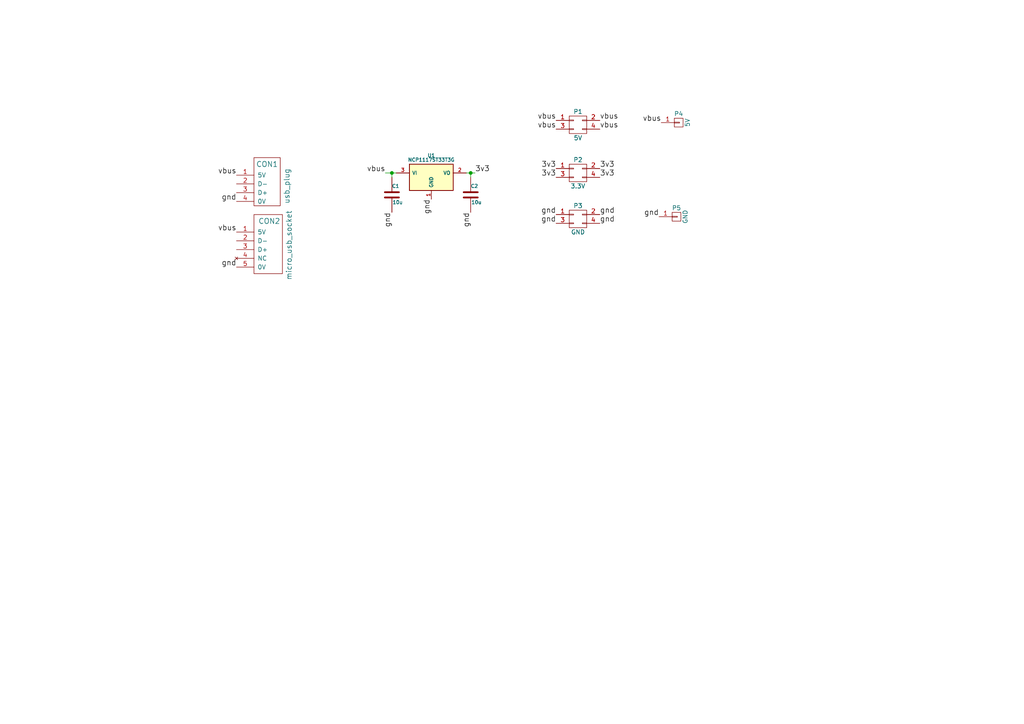
<source format=kicad_sch>
(kicad_sch (version 20230121) (generator eeschema)
  (paper "A4")
  (lib_symbols
    (symbol "usb-5v-3v3-rescue:C" (pin_numbers hide) (pin_names (offset 0.254))
      (property "Reference" "C" (at 0 2.54 0))
      (property "Value" "C" (at 0.1524 -2.159 0))
      (symbol "C_0_1"
        (polyline (pts (xy -2.032 -0.762) (xy 2.032 -0.762)) (stroke (width 0.508)))
        (polyline (pts (xy -2.032 0.762) (xy 2.032 0.762)) (stroke (width 0.508)))
      )
      (symbol "C_1_1"
        (pin passive line (at 0 5.08 270) (length 4.318) (name "~") (number "1"))
        (pin passive line (at 0 -5.08 90) (length 4.318) (name "~") (number "2"))
      )
    )
    (symbol "usb-5v-3v3-rescue:CONN_01X01" (pin_names (offset 1.016) hide)
      (property "Reference" "P" (at 0 2.54 0))
      (property "Value" "CONN_01X01" (at 2.54 0 90))
      (symbol "CONN_01X01_0_1"
        (rectangle (start -1.27 0.127) (end 0.254 -0.127))
        (rectangle (start -1.27 1.27) (end 1.27 -1.27))
      )
      (symbol "CONN_01X01_1_1"
        (pin passive line (at -5.08 0 0) (length 3.81) (name "P1") (number "1"))
      )
    )
    (symbol "usb-5v-3v3-rescue:CONN_02X02" (pin_names (offset 0.0254) hide)
      (property "Reference" "P" (at 0 3.81 0))
      (property "Value" "CONN_02X02" (at 0 -3.81 0))
      (symbol "CONN_02X02_0_1"
        (rectangle (start -2.54 -1.143) (end -1.27 -1.397))
        (rectangle (start -2.54 1.397) (end -1.27 1.143))
        (rectangle (start -2.54 2.54) (end 2.54 -2.54))
        (rectangle (start 1.27 -1.143) (end 2.54 -1.397))
        (rectangle (start 1.27 1.397) (end 2.54 1.143))
      )
      (symbol "CONN_02X02_1_1"
        (pin passive line (at -6.35 1.27 0) (length 3.81) (name "P1") (number "1"))
        (pin passive line (at 6.35 1.27 180) (length 3.81) (name "P2") (number "2"))
        (pin passive line (at -6.35 -1.27 0) (length 3.81) (name "P3") (number "3"))
        (pin passive line (at 6.35 -1.27 180) (length 3.81) (name "P4") (number "4"))
      )
    )
    (symbol "usb-5v-3v3-rescue:NCP1117ST33T3G" (pin_names (offset 0.762))
      (property "Reference" "U" (at 0 6.35 0))
      (property "Value" "NCP1117ST33T3G" (at 0 5.08 0))
      (symbol "NCP1117ST33T3G_0_1"
        (rectangle (start -6.35 -3.81) (end 6.35 3.81) (stroke (width 0.254)) (fill (type background)))
      )
      (symbol "NCP1117ST33T3G_1_1"
        (pin power_in line (at 0 -6.35 90) (length 2.54) (name "GND") (number "1"))
        (pin power_out line (at 10.16 1.27 180) (length 3.81) (name "VO") (number "2"))
        (pin power_in line (at -10.16 1.27 0) (length 3.81) (name "VI") (number "3"))
      )
    )
    (symbol "usb-5v-3v3-rescue:micro_usb_socket" (pin_names (offset 1.016))
      (property "Reference" "CON" (at 0 7.62 0))
      (property "Value" "micro_usb_socket" (at 5.715 0.635 90))
      (symbol "micro_usb_socket_0_1"
        (rectangle (start -4.445 9.525) (end 3.81 -7.62))
      )
      (symbol "micro_usb_socket_1_1"
        (pin power_out line (at -9.525 4.445 0) (length 5.08) (name "5V") (number "1"))
        (pin bidirectional line (at -9.525 1.905 0) (length 5.08) (name "D-") (number "2"))
        (pin bidirectional line (at -9.525 -0.635 0) (length 5.08) (name "D+") (number "3"))
        (pin no_connect line (at -9.525 -3.175 0) (length 5.08) (name "NC") (number "4"))
        (pin power_in line (at -9.525 -5.715 0) (length 5.08) (name "0V") (number "5"))
      )
    )
    (symbol "usb-5v-3v3-rescue:usb_plug" (pin_names (offset 1.016))
      (property "Reference" "CON" (at 0 6.985 0))
      (property "Value" "usb_plug" (at 5.715 0.635 90))
      (symbol "usb_plug_0_1"
        (rectangle (start -3.81 8.89) (end 3.81 -5.08))
      )
      (symbol "usb_plug_1_1"
        (pin power_out line (at -8.89 3.81 0) (length 5.08) (name "5V") (number "1"))
        (pin bidirectional line (at -8.89 1.27 0) (length 5.08) (name "D-") (number "2"))
        (pin bidirectional line (at -8.89 -1.27 0) (length 5.08) (name "D+") (number "3"))
        (pin power_in line (at -8.89 -3.81 0) (length 5.08) (name "0V") (number "4"))
      )
    )
  )
  (junction (at 136.525 50.165))
  (junction (at 113.665 50.165))
  (wire (pts (xy 136.525 51.435) (xy 136.525 50.165)))
  (wire (pts (xy 136.525 50.165) (xy 135.255 50.165)))
  (wire (pts (xy 114.935 50.165) (xy 113.665 50.165)))
  (wire (pts (xy 137.795 50.165) (xy 136.525 50.165)))
  (wire (pts (xy 113.665 50.165) (xy 111.76 50.165)))
  (wire (pts (xy 113.665 51.435) (xy 113.665 50.165)))
  (label "gnd" (at 173.99 62.23 0) (effects (font (size 1.524 1.524))))
  (label "gnd" (at 68.58 77.47 180) (effects (font (size 1.524 1.524))))
  (label "gnd" (at 125.095 57.785 270) (effects (font (size 1.524 1.524))))
  (label "gnd" (at 191.135 62.865 180) (effects (font (size 1.524 1.524))))
  (label "vbus" (at 161.29 37.465 180) (effects (font (size 1.524 1.524))))
  (label "gnd" (at 68.58 58.42 180) (effects (font (size 1.524 1.524))))
  (label "gnd" (at 161.29 62.23 180) (effects (font (size 1.524 1.524))))
  (label "gnd" (at 173.99 64.77 0) (effects (font (size 1.524 1.524))))
  (label "vbus" (at 191.77 35.56 180) (effects (font (size 1.524 1.524))))
  (label "3v3" (at 161.29 48.895 180) (effects (font (size 1.524 1.524))))
  (label "vbus" (at 173.99 37.465 0) (effects (font (size 1.524 1.524))))
  (label "3v3" (at 161.29 51.435 180) (effects (font (size 1.524 1.524))))
  (label "vbus" (at 111.76 50.165 180) (effects (font (size 1.524 1.524))))
  (label "vbus" (at 68.58 50.8 180) (effects (font (size 1.524 1.524))))
  (label "gnd" (at 161.29 64.77 180) (effects (font (size 1.524 1.524))))
  (label "3v3" (at 173.99 48.895 0) (effects (font (size 1.524 1.524))))
  (label "vbus" (at 173.99 34.925 0) (effects (font (size 1.524 1.524))))
  (label "gnd" (at 113.665 61.595 270) (effects (font (size 1.524 1.524))))
  (label "gnd" (at 136.525 61.595 270) (effects (font (size 1.524 1.524))))
  (label "3v3" (at 173.99 51.435 0) (effects (font (size 1.524 1.524))))
  (label "3v3" (at 137.795 50.165 0) (effects (font (size 1.524 1.524))))
  (label "vbus" (at 68.58 67.31 180) (effects (font (size 1.524 1.524))))
  (label "vbus" (at 161.29 34.925 180) (effects (font (size 1.524 1.524))))
  (symbol (lib_id "usb-5v-3v3-rescue:usb_plug") (at 77.47 54.61 0) (unit 1)
    (property "Reference" "CON1" (at 77.47 47.625 0) (effects (font (size 1.524 1.524))))
    (property "Value" "usb_plug" (at 83.185 53.975 90) (effects (font (size 1.524 1.524))))
    (property "Footprint" "myelin-kicad:USB_A_THRU_HOLE" (effects hide))
  )
  (symbol (lib_id "usb-5v-3v3-rescue:micro_usb_socket") (at 78.105 71.755 0) (unit 1)
    (property "Reference" "CON2" (at 78.105 64.135 0) (effects (font (size 1.524 1.524))))
    (property "Value" "micro_usb_socket" (at 83.82 71.12 90) (effects (font (size 1.524 1.524))))
    (property "Footprint" "myelin-kicad:micro_usb_b_smd_bottom_mount" (effects hide))
  )
  (symbol (lib_id "usb-5v-3v3-rescue:NCP1117ST33T3G") (at 125.095 51.435 0) (unit 1)
    (property "Reference" "U1" (at 125.095 45.085 0) (effects (font (size 1.016 1.016))))
    (property "Value" "NCP1117ST33T3G" (at 125.095 46.355 0) (effects (font (size 1.016 1.016))))
    (property "Footprint" "myelin-kicad:SOT-223-LDO-1117LV" (effects hide))
  )
  (symbol (lib_id "usb-5v-3v3-rescue:C") (at 113.665 56.515 0) (unit 1)
    (property "Reference" "C1" (at 113.665 53.975 0) (effects (font (size 1.016 1.016)) (justify left)))
    (property "Value" "10u" (at 113.8174 58.674 0) (effects (font (size 1.016 1.016)) (justify left)))
    (property "Footprint" "myelin-kicad:SM0805_NOSILKSCREEN" (effects hide))
  )
  (symbol (lib_id "usb-5v-3v3-rescue:C") (at 136.525 56.515 0) (unit 1)
    (property "Reference" "C2" (at 136.525 53.975 0) (effects (font (size 1.016 1.016)) (justify left)))
    (property "Value" "10u" (at 136.6774 58.674 0) (effects (font (size 1.016 1.016)) (justify left)))
    (property "Footprint" "myelin-kicad:SM0805_NOSILKSCREEN" (effects hide))
  )
  (symbol (lib_id "usb-5v-3v3-rescue:CONN_02X02") (at 167.64 50.165 0) (unit 1)
    (property "Reference" "P2" (at 167.64 46.355 0))
    (property "Value" "3.3V" (at 167.64 53.975 0))
    (property "Footprint" "Socket_Strips:Socket_Strip_Straight_2x02" (effects hide))
  )
  (symbol (lib_id "usb-5v-3v3-rescue:CONN_02X02") (at 167.64 63.5 0) (unit 1)
    (property "Reference" "P3" (at 167.64 59.69 0))
    (property "Value" "GND" (at 167.64 67.31 0))
    (property "Footprint" "Socket_Strips:Socket_Strip_Straight_2x02" (effects hide))
  )
  (symbol (lib_id "usb-5v-3v3-rescue:CONN_02X02") (at 167.64 36.195 0) (unit 1)
    (property "Reference" "P1" (at 167.64 32.385 0))
    (property "Value" "5V" (at 167.64 40.005 0))
    (property "Footprint" "Socket_Strips:Socket_Strip_Straight_2x02" (effects hide))
  )
  (symbol (lib_id "usb-5v-3v3-rescue:CONN_01X01") (at 196.215 62.865 0) (unit 1)
    (property "Reference" "P5" (at 196.215 60.325 0))
    (property "Value" "GND" (at 198.755 62.865 90))
    (property "Footprint" "Socket_Strips:Socket_Strip_Straight_1x01" (effects hide))
  )
  (symbol (lib_id "usb-5v-3v3-rescue:CONN_01X01") (at 196.85 35.56 0) (unit 1)
    (property "Reference" "P4" (at 196.85 33.02 0))
    (property "Value" "5V" (at 199.39 35.56 90))
    (property "Footprint" "Socket_Strips:Socket_Strip_Straight_1x01" (effects hide))
  )
)
</source>
